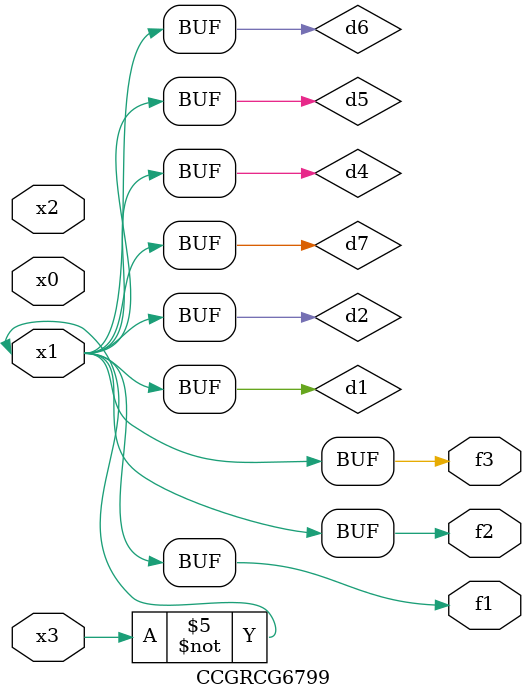
<source format=v>
module CCGRCG6799(
	input x0, x1, x2, x3,
	output f1, f2, f3
);

	wire d1, d2, d3, d4, d5, d6, d7;

	not (d1, x3);
	buf (d2, x1);
	xnor (d3, d1, d2);
	nor (d4, d1);
	buf (d5, d1, d2);
	buf (d6, d4, d5);
	nand (d7, d4);
	assign f1 = d6;
	assign f2 = d7;
	assign f3 = d6;
endmodule

</source>
